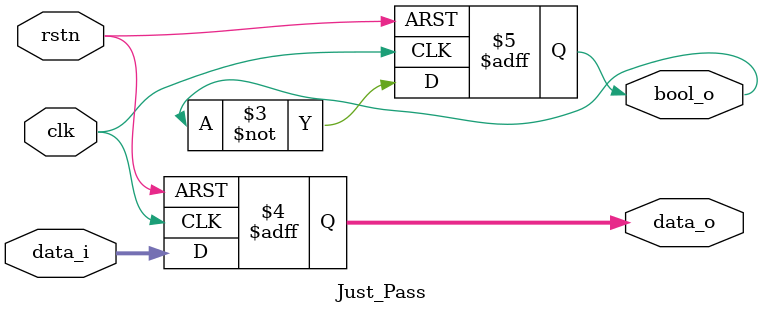
<source format=sv>
module Just_Pass (
	clk,
	rstn,
	data_i,
	data_o,
	bool_o
);
input clk;
input rstn;
input logic		[7:0] 	data_i;

output logic	[7:0] 	data_o;
output logic 			bool_o;


always_ff @(posedge clk or negedge rstn)
begin
	if(~rstn)
	begin
		data_o	<= '0;
		bool_o		<= '0;
	end
	else
	begin
		bool_o <= ~bool_o;
		data_o <= data_i;
	end
end

endmodule
</source>
